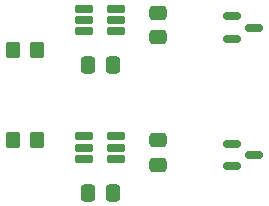
<source format=gtp>
%TF.GenerationSoftware,KiCad,Pcbnew,9.0.1+dfsg-1*%
%TF.CreationDate,2025-05-12T20:25:32+02:00*%
%TF.ProjectId,CWSensorKey,43575365-6e73-46f7-924b-65792e6b6963,rev?*%
%TF.SameCoordinates,Original*%
%TF.FileFunction,Paste,Top*%
%TF.FilePolarity,Positive*%
%FSLAX46Y46*%
G04 Gerber Fmt 4.6, Leading zero omitted, Abs format (unit mm)*
G04 Created by KiCad (PCBNEW 9.0.1+dfsg-1) date 2025-05-12 20:25:32*
%MOMM*%
%LPD*%
G01*
G04 APERTURE LIST*
G04 Aperture macros list*
%AMRoundRect*
0 Rectangle with rounded corners*
0 $1 Rounding radius*
0 $2 $3 $4 $5 $6 $7 $8 $9 X,Y pos of 4 corners*
0 Add a 4 corners polygon primitive as box body*
4,1,4,$2,$3,$4,$5,$6,$7,$8,$9,$2,$3,0*
0 Add four circle primitives for the rounded corners*
1,1,$1+$1,$2,$3*
1,1,$1+$1,$4,$5*
1,1,$1+$1,$6,$7*
1,1,$1+$1,$8,$9*
0 Add four rect primitives between the rounded corners*
20,1,$1+$1,$2,$3,$4,$5,0*
20,1,$1+$1,$4,$5,$6,$7,0*
20,1,$1+$1,$6,$7,$8,$9,0*
20,1,$1+$1,$8,$9,$2,$3,0*%
G04 Aperture macros list end*
%ADD10RoundRect,0.250000X0.475000X-0.337500X0.475000X0.337500X-0.475000X0.337500X-0.475000X-0.337500X0*%
%ADD11RoundRect,0.250000X-0.337500X-0.475000X0.337500X-0.475000X0.337500X0.475000X-0.337500X0.475000X0*%
%ADD12RoundRect,0.162500X-0.617500X-0.162500X0.617500X-0.162500X0.617500X0.162500X-0.617500X0.162500X0*%
%ADD13RoundRect,0.150000X-0.587500X-0.150000X0.587500X-0.150000X0.587500X0.150000X-0.587500X0.150000X0*%
%ADD14RoundRect,0.250000X-0.350000X-0.450000X0.350000X-0.450000X0.350000X0.450000X-0.350000X0.450000X0*%
G04 APERTURE END LIST*
D10*
%TO.C,C1*%
X159152500Y-90340000D03*
X159152500Y-88265000D03*
%TD*%
D11*
%TO.C,C2*%
X153267500Y-92710000D03*
X155342500Y-92710000D03*
%TD*%
D10*
%TO.C,C3*%
X159152500Y-101135000D03*
X159152500Y-99060000D03*
%TD*%
D11*
%TO.C,C4*%
X153267500Y-103505000D03*
X155342500Y-103505000D03*
%TD*%
D12*
%TO.C,U1*%
X152955000Y-87950000D03*
X152955000Y-88900000D03*
X152955000Y-89850000D03*
X155655000Y-89850000D03*
X155655000Y-88900000D03*
X155655000Y-87950000D03*
%TD*%
%TO.C,U2*%
X152955000Y-98745000D03*
X152955000Y-99695000D03*
X152955000Y-100645000D03*
X155655000Y-100645000D03*
X155655000Y-99695000D03*
X155655000Y-98745000D03*
%TD*%
D13*
%TO.C,Q1*%
X165432500Y-88585000D03*
X165432500Y-90485000D03*
X167307500Y-89535000D03*
%TD*%
D14*
%TO.C,R1*%
X146955000Y-91440000D03*
X148955000Y-91440000D03*
%TD*%
%TO.C,R2*%
X146955000Y-99060000D03*
X148955000Y-99060000D03*
%TD*%
D13*
%TO.C,Q2*%
X165432500Y-99380000D03*
X165432500Y-101280000D03*
X167307500Y-100330000D03*
%TD*%
M02*

</source>
